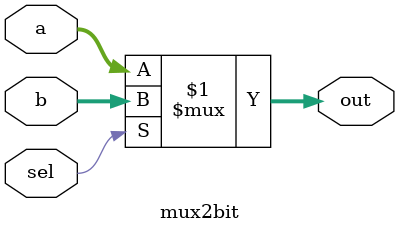
<source format=v>
`timescale 1ns / 1ps
module mux2(
		a, b, sel, out
	);
parameter WIDTH = 8;
	
input wire [WIDTH:0] a, b;
input wire sel;
output wire [WIDTH:0] out;

assign out = sel? b : a;
	
endmodule


module mux2bit(
		a, b, sel, out
	);
parameter WIDTH = 1;
	
input wire [WIDTH:0] a, b;
input wire sel;
output wire [WIDTH:0] out;

assign out = sel? b : a;
	
endmodule

</source>
